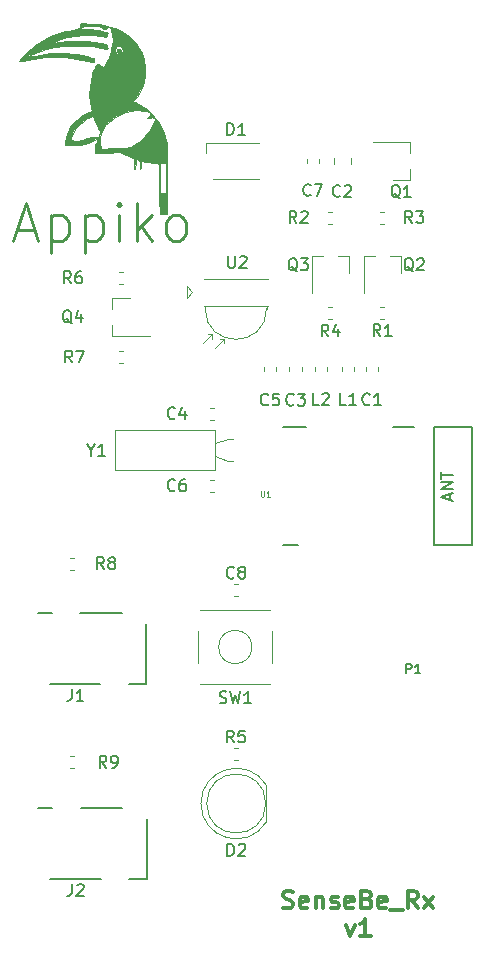
<source format=gto>
G04 #@! TF.GenerationSoftware,KiCad,Pcbnew,5.0.0-fee4fd1~66~ubuntu16.04.1*
G04 #@! TF.CreationDate,2018-09-26T19:19:20+05:30*
G04 #@! TF.ProjectId,senseBeRx_rev1,73656E7365426552785F726576312E6B,rev?*
G04 #@! TF.SameCoordinates,Original*
G04 #@! TF.FileFunction,Legend,Top*
G04 #@! TF.FilePolarity,Positive*
%FSLAX46Y46*%
G04 Gerber Fmt 4.6, Leading zero omitted, Abs format (unit mm)*
G04 Created by KiCad (PCBNEW 5.0.0-fee4fd1~66~ubuntu16.04.1) date Wed Sep 26 19:19:20 2018*
%MOMM*%
%LPD*%
G01*
G04 APERTURE LIST*
%ADD10C,0.300000*%
%ADD11C,0.150000*%
%ADD12C,0.120000*%
%ADD13C,0.010000*%
%ADD14C,0.127000*%
%ADD15C,0.050000*%
%ADD16C,0.250000*%
G04 APERTURE END LIST*
D10*
X129332171Y-147145891D02*
X129689314Y-148145891D01*
X130046457Y-147145891D01*
X131403600Y-148145891D02*
X130546457Y-148145891D01*
X130975028Y-148145891D02*
X130975028Y-146645891D01*
X130832171Y-146860177D01*
X130689314Y-147003034D01*
X130546457Y-147074462D01*
X123978571Y-145707142D02*
X124192857Y-145778571D01*
X124550000Y-145778571D01*
X124692857Y-145707142D01*
X124764285Y-145635714D01*
X124835714Y-145492857D01*
X124835714Y-145350000D01*
X124764285Y-145207142D01*
X124692857Y-145135714D01*
X124550000Y-145064285D01*
X124264285Y-144992857D01*
X124121428Y-144921428D01*
X124050000Y-144850000D01*
X123978571Y-144707142D01*
X123978571Y-144564285D01*
X124050000Y-144421428D01*
X124121428Y-144350000D01*
X124264285Y-144278571D01*
X124621428Y-144278571D01*
X124835714Y-144350000D01*
X126050000Y-145707142D02*
X125907142Y-145778571D01*
X125621428Y-145778571D01*
X125478571Y-145707142D01*
X125407142Y-145564285D01*
X125407142Y-144992857D01*
X125478571Y-144850000D01*
X125621428Y-144778571D01*
X125907142Y-144778571D01*
X126050000Y-144850000D01*
X126121428Y-144992857D01*
X126121428Y-145135714D01*
X125407142Y-145278571D01*
X126764285Y-144778571D02*
X126764285Y-145778571D01*
X126764285Y-144921428D02*
X126835714Y-144850000D01*
X126978571Y-144778571D01*
X127192857Y-144778571D01*
X127335714Y-144850000D01*
X127407142Y-144992857D01*
X127407142Y-145778571D01*
X128050000Y-145707142D02*
X128192857Y-145778571D01*
X128478571Y-145778571D01*
X128621428Y-145707142D01*
X128692857Y-145564285D01*
X128692857Y-145492857D01*
X128621428Y-145350000D01*
X128478571Y-145278571D01*
X128264285Y-145278571D01*
X128121428Y-145207142D01*
X128050000Y-145064285D01*
X128050000Y-144992857D01*
X128121428Y-144850000D01*
X128264285Y-144778571D01*
X128478571Y-144778571D01*
X128621428Y-144850000D01*
X129907142Y-145707142D02*
X129764285Y-145778571D01*
X129478571Y-145778571D01*
X129335714Y-145707142D01*
X129264285Y-145564285D01*
X129264285Y-144992857D01*
X129335714Y-144850000D01*
X129478571Y-144778571D01*
X129764285Y-144778571D01*
X129907142Y-144850000D01*
X129978571Y-144992857D01*
X129978571Y-145135714D01*
X129264285Y-145278571D01*
X131121428Y-144992857D02*
X131335714Y-145064285D01*
X131407142Y-145135714D01*
X131478571Y-145278571D01*
X131478571Y-145492857D01*
X131407142Y-145635714D01*
X131335714Y-145707142D01*
X131192857Y-145778571D01*
X130621428Y-145778571D01*
X130621428Y-144278571D01*
X131121428Y-144278571D01*
X131264285Y-144350000D01*
X131335714Y-144421428D01*
X131407142Y-144564285D01*
X131407142Y-144707142D01*
X131335714Y-144850000D01*
X131264285Y-144921428D01*
X131121428Y-144992857D01*
X130621428Y-144992857D01*
X132692857Y-145707142D02*
X132550000Y-145778571D01*
X132264285Y-145778571D01*
X132121428Y-145707142D01*
X132050000Y-145564285D01*
X132050000Y-144992857D01*
X132121428Y-144850000D01*
X132264285Y-144778571D01*
X132550000Y-144778571D01*
X132692857Y-144850000D01*
X132764285Y-144992857D01*
X132764285Y-145135714D01*
X132050000Y-145278571D01*
X133050000Y-145921428D02*
X134192857Y-145921428D01*
X135407142Y-145778571D02*
X134907142Y-145064285D01*
X134550000Y-145778571D02*
X134550000Y-144278571D01*
X135121428Y-144278571D01*
X135264285Y-144350000D01*
X135335714Y-144421428D01*
X135407142Y-144564285D01*
X135407142Y-144778571D01*
X135335714Y-144921428D01*
X135264285Y-144992857D01*
X135121428Y-145064285D01*
X134550000Y-145064285D01*
X135907142Y-145778571D02*
X136692857Y-144778571D01*
X135907142Y-144778571D02*
X136692857Y-145778571D01*
D11*
G04 #@! TO.C,J2*
X103250000Y-137270000D02*
X104450000Y-137270000D01*
X106850000Y-137270000D02*
X110350000Y-137270000D01*
X104250000Y-143270000D02*
X108550000Y-143270000D01*
X112450000Y-143270000D02*
X112450000Y-138170000D01*
X110950000Y-143270000D02*
X112450000Y-143270000D01*
D12*
G04 #@! TO.C,R9*
X106271267Y-133910000D02*
X105928733Y-133910000D01*
X106271267Y-132890000D02*
X105928733Y-132890000D01*
D11*
G04 #@! TO.C,J1*
X110930000Y-126770000D02*
X112430000Y-126770000D01*
X112430000Y-126770000D02*
X112430000Y-121670000D01*
X104230000Y-126770000D02*
X108530000Y-126770000D01*
X106830000Y-120770000D02*
X110330000Y-120770000D01*
X103230000Y-120770000D02*
X104430000Y-120770000D01*
D12*
G04 #@! TO.C,D1*
X117500000Y-81800000D02*
X117500000Y-81000000D01*
X117499956Y-81000000D02*
X121950000Y-81000000D01*
X118050000Y-84000000D02*
X121950000Y-84000000D01*
G04 #@! TO.C,D2*
X117040000Y-136899538D02*
G75*
G03X122590000Y-138444830I2990000J-462D01*
G01*
X117040000Y-136900462D02*
G75*
G02X122590000Y-135355170I2990000J462D01*
G01*
X122530000Y-136900000D02*
G75*
G03X122530000Y-136900000I-2500000J0D01*
G01*
X122590000Y-138445000D02*
X122590000Y-135355000D01*
G04 #@! TO.C,Q1*
X134760000Y-84080000D02*
X134760000Y-83150000D01*
X134760000Y-80920000D02*
X134760000Y-81850000D01*
X134760000Y-80920000D02*
X131600000Y-80920000D01*
X134760000Y-84080000D02*
X133300000Y-84080000D01*
G04 #@! TO.C,Q2*
X133980000Y-90540000D02*
X133050000Y-90540000D01*
X130820000Y-90540000D02*
X131750000Y-90540000D01*
X130820000Y-90540000D02*
X130820000Y-93700000D01*
X133980000Y-90540000D02*
X133980000Y-92000000D01*
G04 #@! TO.C,Q3*
X129580000Y-90540000D02*
X129580000Y-92000000D01*
X126420000Y-90540000D02*
X126420000Y-93700000D01*
X126420000Y-90540000D02*
X127350000Y-90540000D01*
X129580000Y-90540000D02*
X128650000Y-90540000D01*
G04 #@! TO.C,Q4*
X109540000Y-94120000D02*
X111000000Y-94120000D01*
X109540000Y-97280000D02*
X112700000Y-97280000D01*
X109540000Y-97280000D02*
X109540000Y-96350000D01*
X109540000Y-94120000D02*
X109540000Y-95050000D01*
G04 #@! TO.C,SW1*
X121364214Y-123650000D02*
G75*
G03X121364214Y-123650000I-1414214J0D01*
G01*
X122920000Y-120530000D02*
X116980000Y-120530000D01*
X122920000Y-126770000D02*
X116980000Y-126770000D01*
X123070000Y-122310000D02*
X123070000Y-124990000D01*
X116830000Y-124990000D02*
X116830000Y-122310000D01*
D11*
G04 #@! TO.C,U1*
X136750000Y-115000000D02*
X136750000Y-105000000D01*
X140000000Y-105000000D02*
X140000000Y-115000000D01*
X133319400Y-104996200D02*
X135072000Y-104996200D01*
X139999600Y-104996200D02*
X136748400Y-104996200D01*
X124023000Y-104996200D02*
X125953400Y-104996200D01*
X123997600Y-115003800D02*
X125267600Y-115003800D01*
X139999600Y-115003800D02*
X136748400Y-115003800D01*
D12*
G04 #@! TO.C,Y1*
X118200000Y-105250000D02*
X109800000Y-105250000D01*
X109800000Y-105250000D02*
X109800000Y-108650000D01*
X109800000Y-108650000D02*
X118200000Y-108650000D01*
X118200000Y-108650000D02*
X118200000Y-105250000D01*
X118200000Y-106405000D02*
X119350000Y-106000000D01*
X119350000Y-106000000D02*
X119800000Y-106000000D01*
X118200000Y-107495000D02*
X119350000Y-107900000D01*
X119350000Y-107900000D02*
X119800000Y-107900000D01*
G04 #@! TO.C,C1*
X132010000Y-99928733D02*
X132010000Y-100271267D01*
X130990000Y-99928733D02*
X130990000Y-100271267D01*
G04 #@! TO.C,C2*
X128290000Y-82761252D02*
X128290000Y-82238748D01*
X129710000Y-82761252D02*
X129710000Y-82238748D01*
G04 #@! TO.C,C3*
X125560000Y-99928733D02*
X125560000Y-100271267D01*
X124540000Y-99928733D02*
X124540000Y-100271267D01*
G04 #@! TO.C,C4*
X117828733Y-104410000D02*
X118171267Y-104410000D01*
X117828733Y-103390000D02*
X118171267Y-103390000D01*
G04 #@! TO.C,C5*
X122390000Y-99928733D02*
X122390000Y-100271267D01*
X123410000Y-99928733D02*
X123410000Y-100271267D01*
G04 #@! TO.C,C6*
X117828733Y-109490000D02*
X118171267Y-109490000D01*
X117828733Y-110510000D02*
X118171267Y-110510000D01*
G04 #@! TO.C,C7*
X127010000Y-82671267D02*
X127010000Y-82328733D01*
X125990000Y-82671267D02*
X125990000Y-82328733D01*
G04 #@! TO.C,C8*
X120171267Y-119310000D02*
X119828733Y-119310000D01*
X120171267Y-118290000D02*
X119828733Y-118290000D01*
G04 #@! TO.C,R1*
X132228733Y-94890000D02*
X132571267Y-94890000D01*
X132228733Y-95910000D02*
X132571267Y-95910000D01*
G04 #@! TO.C,R2*
X128171267Y-86790000D02*
X127828733Y-86790000D01*
X128171267Y-87810000D02*
X127828733Y-87810000D01*
G04 #@! TO.C,R3*
X132571267Y-87810000D02*
X132228733Y-87810000D01*
X132571267Y-86790000D02*
X132228733Y-86790000D01*
G04 #@! TO.C,R4*
X127828733Y-95910000D02*
X128171267Y-95910000D01*
X127828733Y-94890000D02*
X128171267Y-94890000D01*
G04 #@! TO.C,R5*
X119828733Y-132190000D02*
X120171267Y-132190000D01*
X119828733Y-133210000D02*
X120171267Y-133210000D01*
G04 #@! TO.C,R6*
X110128733Y-91890000D02*
X110471267Y-91890000D01*
X110128733Y-92910000D02*
X110471267Y-92910000D01*
G04 #@! TO.C,R7*
X110471267Y-98590000D02*
X110128733Y-98590000D01*
X110471267Y-99610000D02*
X110128733Y-99610000D01*
G04 #@! TO.C,R8*
X106271267Y-116090000D02*
X105928733Y-116090000D01*
X106271267Y-117110000D02*
X105928733Y-117110000D01*
G04 #@! TO.C,L1*
X130010000Y-100271267D02*
X130010000Y-99928733D01*
X128990000Y-100271267D02*
X128990000Y-99928733D01*
G04 #@! TO.C,L2*
X127710000Y-99928733D02*
X127710000Y-100271267D01*
X126690000Y-99928733D02*
X126690000Y-100271267D01*
G04 #@! TO.C,U2*
X115900000Y-94100000D02*
X116300000Y-93600000D01*
X115900000Y-93100000D02*
X115900000Y-94100000D01*
X116300000Y-93600000D02*
X115900000Y-93100000D01*
X122600000Y-95000000D02*
X122600000Y-94800000D01*
X117400000Y-95000000D02*
X117400000Y-94800000D01*
X122740000Y-94750000D02*
X117340000Y-94750000D01*
X122740000Y-92500000D02*
X117340000Y-92500000D01*
X118020000Y-97150000D02*
X117620000Y-97150000D01*
X118020000Y-97150000D02*
X118020000Y-97550000D01*
X118020000Y-97150000D02*
X117220000Y-97950000D01*
X119020000Y-97550000D02*
X118220000Y-98350000D01*
X119020000Y-97550000D02*
X119020000Y-97950000D01*
X119020000Y-97550000D02*
X118620000Y-97550000D01*
X117400000Y-95000000D02*
G75*
G03X122600000Y-95000000I2600000J0D01*
G01*
D13*
G04 #@! TO.C,G\002A\002A\002A*
G36*
X110227118Y-73035471D02*
X110285553Y-73114417D01*
X110287600Y-73131832D01*
X110251391Y-73271698D01*
X110161695Y-73353216D01*
X110046907Y-73363760D01*
X109935420Y-73290708D01*
X109934023Y-73289037D01*
X109897946Y-73177505D01*
X109931659Y-73058785D01*
X110013813Y-72986675D01*
X110121477Y-72984905D01*
X110227118Y-73035471D01*
X110227118Y-73035471D01*
G37*
X110227118Y-73035471D02*
X110285553Y-73114417D01*
X110287600Y-73131832D01*
X110251391Y-73271698D01*
X110161695Y-73353216D01*
X110046907Y-73363760D01*
X109935420Y-73290708D01*
X109934023Y-73289037D01*
X109897946Y-73177505D01*
X109931659Y-73058785D01*
X110013813Y-72986675D01*
X110121477Y-72984905D01*
X110227118Y-73035471D01*
G36*
X107198149Y-70831476D02*
X107279924Y-70853429D01*
X107290400Y-70866472D01*
X107337736Y-70884269D01*
X107465920Y-70898708D01*
X107654212Y-70908104D01*
X107836500Y-70910859D01*
X108318577Y-70937586D01*
X108829595Y-71011731D01*
X109337283Y-71126037D01*
X109809371Y-71273250D01*
X110211056Y-71444821D01*
X110689684Y-71735620D01*
X111131581Y-72096441D01*
X111510806Y-72504722D01*
X111657158Y-72702400D01*
X111815997Y-72945608D01*
X111935307Y-73159073D01*
X112035095Y-73383512D01*
X112135372Y-73659646D01*
X112152480Y-73710393D01*
X112205310Y-73878763D01*
X112241713Y-74030367D01*
X112264661Y-74190904D01*
X112277129Y-74386076D01*
X112282089Y-74641584D01*
X112282698Y-74836000D01*
X112280824Y-75140565D01*
X112273227Y-75369240D01*
X112256945Y-75547693D01*
X112229014Y-75701597D01*
X112186474Y-75856623D01*
X112152982Y-75960026D01*
X112036330Y-76282949D01*
X111917496Y-76546262D01*
X111775395Y-76790179D01*
X111588946Y-77054918D01*
X111556154Y-77098509D01*
X111440806Y-77254417D01*
X111356031Y-77375782D01*
X111315158Y-77443237D01*
X111313811Y-77450639D01*
X111364373Y-77476034D01*
X111481523Y-77530699D01*
X111627545Y-77597201D01*
X112029547Y-77816928D01*
X112439140Y-78109693D01*
X112829821Y-78452826D01*
X113175081Y-78823658D01*
X113383047Y-79098589D01*
X113698446Y-79623750D01*
X113932004Y-80157928D01*
X114099489Y-80738333D01*
X114122161Y-80842527D01*
X114145512Y-81013030D01*
X114164916Y-81275950D01*
X114180292Y-81622178D01*
X114191559Y-82042603D01*
X114198637Y-82528117D01*
X114201443Y-83069611D01*
X114199897Y-83657974D01*
X114193919Y-84284097D01*
X114183426Y-84938872D01*
X114168338Y-85613188D01*
X114165555Y-85719900D01*
X114132131Y-86977200D01*
X113555068Y-86977200D01*
X113521644Y-85719900D01*
X113511699Y-85306328D01*
X113502921Y-84865810D01*
X113495780Y-84428112D01*
X113490742Y-84022999D01*
X113488278Y-83680237D01*
X113488110Y-83589412D01*
X113488000Y-82716225D01*
X113272100Y-82690003D01*
X113117406Y-82671268D01*
X113017515Y-82659200D01*
X113589600Y-82659200D01*
X113589600Y-85250000D01*
X114097600Y-85250000D01*
X114097600Y-82659200D01*
X113589600Y-82659200D01*
X113017515Y-82659200D01*
X112903146Y-82645383D01*
X112670626Y-82617339D01*
X112624400Y-82611770D01*
X112411313Y-82583969D01*
X112225688Y-82555938D01*
X112099545Y-82532627D01*
X112078300Y-82527354D01*
X112017355Y-82515762D01*
X111983137Y-82538203D01*
X111967949Y-82615128D01*
X111964096Y-82766982D01*
X111964000Y-82831075D01*
X111956936Y-83005954D01*
X111938170Y-83125949D01*
X111913200Y-83167200D01*
X111887047Y-83120275D01*
X111869008Y-82994776D01*
X111862400Y-82816569D01*
X111860495Y-82631715D01*
X111847976Y-82522531D01*
X111814635Y-82463087D01*
X111750265Y-82427452D01*
X111702419Y-82410169D01*
X111588794Y-82372228D01*
X111526454Y-82354563D01*
X111524619Y-82354400D01*
X111516343Y-82401190D01*
X111510111Y-82525531D01*
X111506978Y-82703380D01*
X111506800Y-82760800D01*
X111503210Y-82969320D01*
X111490188Y-83094461D01*
X111464350Y-83154262D01*
X111430600Y-83167200D01*
X111392411Y-83148701D01*
X111369080Y-83081382D01*
X111357459Y-82947511D01*
X111354400Y-82737843D01*
X111354400Y-82308487D01*
X110921926Y-82105823D01*
X110709981Y-82002328D01*
X110514955Y-81899791D01*
X110368447Y-81815088D01*
X110330501Y-81789976D01*
X110224235Y-81723088D01*
X110132893Y-81702373D01*
X110010705Y-81722217D01*
X109937475Y-81741769D01*
X109762387Y-81775492D01*
X109515371Y-81803924D01*
X109226027Y-81825605D01*
X108923955Y-81839071D01*
X108638754Y-81842860D01*
X108400024Y-81835511D01*
X108280710Y-81823611D01*
X108039210Y-81787396D01*
X108073065Y-81456946D01*
X108108361Y-81230528D01*
X108163297Y-80998301D01*
X108176945Y-80955850D01*
X108529540Y-80955850D01*
X108536720Y-81172959D01*
X108548535Y-81309695D01*
X108570827Y-81387275D01*
X108609440Y-81426918D01*
X108665138Y-81448344D01*
X108803185Y-81467343D01*
X108963820Y-81461924D01*
X108966800Y-81461535D01*
X109075005Y-81452250D01*
X109264325Y-81441232D01*
X109514314Y-81429460D01*
X109804521Y-81417913D01*
X110059000Y-81409272D01*
X110387942Y-81398228D01*
X110632897Y-81387036D01*
X110811451Y-81373231D01*
X110941188Y-81354350D01*
X111039697Y-81327931D01*
X111124561Y-81291510D01*
X111202000Y-81249185D01*
X111775347Y-80865975D01*
X112269673Y-80420068D01*
X112688991Y-79907315D01*
X113006526Y-79383412D01*
X113245136Y-78927024D01*
X113075992Y-78858006D01*
X112863226Y-78813359D01*
X112710067Y-78820455D01*
X112513284Y-78851922D01*
X112619642Y-78716710D01*
X112713595Y-78568045D01*
X112728823Y-78452451D01*
X112659943Y-78363920D01*
X112501571Y-78296447D01*
X112248326Y-78244022D01*
X112188163Y-78235143D01*
X111608188Y-78204150D01*
X111031013Y-78272558D01*
X110464932Y-78438317D01*
X109918234Y-78699377D01*
X109662503Y-78859723D01*
X109265208Y-79162019D01*
X108961690Y-79471558D01*
X108744358Y-79802386D01*
X108605616Y-80168555D01*
X108537871Y-80584112D01*
X108529540Y-80955850D01*
X108176945Y-80955850D01*
X108205455Y-80867176D01*
X108264995Y-80688725D01*
X108274345Y-80593916D01*
X108232659Y-80577572D01*
X108164263Y-80615901D01*
X107746293Y-80855185D01*
X107263567Y-81031774D01*
X106735034Y-81140561D01*
X106179641Y-81176437D01*
X106089919Y-81175079D01*
X105537800Y-81160600D01*
X105549568Y-80847496D01*
X105586428Y-80603947D01*
X106031379Y-80603947D01*
X106045253Y-80705794D01*
X106127545Y-80758690D01*
X106291572Y-80776988D01*
X106387105Y-80777815D01*
X106625264Y-80764651D01*
X106882097Y-80732992D01*
X107011000Y-80709170D01*
X107217382Y-80656594D01*
X107418487Y-80593739D01*
X107519000Y-80555664D01*
X107786008Y-80489435D01*
X108051068Y-80480791D01*
X108379936Y-80492563D01*
X108454651Y-80251977D01*
X108496385Y-80100154D01*
X108501186Y-80001950D01*
X108467767Y-79915846D01*
X108442969Y-79874796D01*
X108350547Y-79712672D01*
X108237021Y-79490578D01*
X108119015Y-79242877D01*
X108013150Y-79003935D01*
X107966650Y-78890051D01*
X107873274Y-78651503D01*
X107646746Y-78752923D01*
X107509049Y-78819691D01*
X107414521Y-78875024D01*
X107393408Y-78893224D01*
X107339240Y-78941505D01*
X107228331Y-79024440D01*
X107133433Y-79090697D01*
X106775985Y-79379668D01*
X106466623Y-79720566D01*
X106223278Y-80090602D01*
X106072609Y-80438795D01*
X106031379Y-80603947D01*
X105586428Y-80603947D01*
X105612355Y-80432637D01*
X105764882Y-80008539D01*
X105998981Y-79593102D01*
X106292390Y-79219582D01*
X106521114Y-79000213D01*
X106798070Y-78782323D01*
X107092446Y-78586974D01*
X107373431Y-78435230D01*
X107536092Y-78369359D01*
X107780710Y-78288110D01*
X107710442Y-77971755D01*
X107632051Y-77460058D01*
X107606500Y-76895822D01*
X107631522Y-76309518D01*
X107704853Y-75731615D01*
X107824224Y-75192581D01*
X107944301Y-74827770D01*
X108038116Y-74585218D01*
X108107920Y-74424480D01*
X108171247Y-74334651D01*
X108245631Y-74304827D01*
X108348607Y-74324105D01*
X108497710Y-74381580D01*
X108596876Y-74421973D01*
X108861952Y-74528437D01*
X109044354Y-74217214D01*
X109266672Y-73758565D01*
X109428886Y-73255765D01*
X109470393Y-73035391D01*
X109739998Y-73035391D01*
X109757430Y-73198818D01*
X109870969Y-73343894D01*
X109957400Y-73403042D01*
X110041406Y-73447537D01*
X110104275Y-73453738D01*
X110186389Y-73416598D01*
X110274900Y-73363356D01*
X110404531Y-73235661D01*
X110442237Y-73077604D01*
X110385502Y-72907075D01*
X110346720Y-72852460D01*
X110213556Y-72759794D01*
X110050217Y-72741379D01*
X109894941Y-72796345D01*
X109821393Y-72864390D01*
X109739998Y-73035391D01*
X109470393Y-73035391D01*
X109527361Y-72732933D01*
X109558460Y-72214190D01*
X109518546Y-71723656D01*
X109460374Y-71457800D01*
X109412527Y-71321238D01*
X109362901Y-71229866D01*
X109350273Y-71217277D01*
X109238240Y-71180386D01*
X109121569Y-71196155D01*
X109048874Y-71257716D01*
X109047961Y-71259988D01*
X108980240Y-71312865D01*
X108855389Y-71301025D01*
X108691292Y-71228270D01*
X108588898Y-71162322D01*
X108512093Y-71114567D01*
X108426382Y-71082804D01*
X108309942Y-71063885D01*
X108140951Y-71054662D01*
X107897586Y-71051989D01*
X107823800Y-71051974D01*
X107559757Y-71053868D01*
X107373907Y-71061397D01*
X107242860Y-71078218D01*
X107143226Y-71107984D01*
X107051617Y-71154350D01*
X107011000Y-71178974D01*
X106807800Y-71305400D01*
X107188800Y-71316637D01*
X107474137Y-71331905D01*
X107787883Y-71360084D01*
X108109830Y-71398130D01*
X108419772Y-71442998D01*
X108697502Y-71491643D01*
X108922815Y-71541023D01*
X109075505Y-71588093D01*
X109113341Y-71606579D01*
X109140125Y-71680218D01*
X109118516Y-71764398D01*
X109095474Y-71856598D01*
X109107757Y-71891144D01*
X109102198Y-71912664D01*
X109056312Y-71944126D01*
X108958655Y-71965601D01*
X108788662Y-71953012D01*
X108585588Y-71916569D01*
X107889120Y-71818443D01*
X107165588Y-71807535D01*
X106406667Y-71884137D01*
X105736351Y-72016176D01*
X105447675Y-72091881D01*
X105183671Y-72174509D01*
X104959445Y-72257921D01*
X104790103Y-72335973D01*
X104690752Y-72402525D01*
X104673998Y-72448074D01*
X104728804Y-72482409D01*
X104744219Y-72477619D01*
X104841482Y-72447779D01*
X105023054Y-72419820D01*
X105271647Y-72394594D01*
X105569976Y-72372949D01*
X105900753Y-72355737D01*
X106246693Y-72343808D01*
X106590508Y-72338011D01*
X106914912Y-72339196D01*
X107202620Y-72348215D01*
X107282527Y-72352790D01*
X107529630Y-72372953D01*
X107806988Y-72402239D01*
X108095662Y-72437862D01*
X108376710Y-72477034D01*
X108631191Y-72516969D01*
X108840165Y-72554880D01*
X108984691Y-72587979D01*
X109044746Y-72612093D01*
X109065106Y-72665329D01*
X109099704Y-72780427D01*
X109110713Y-72820039D01*
X109141213Y-72943807D01*
X109132411Y-72993931D01*
X109072066Y-72994698D01*
X109027127Y-72985881D01*
X108607633Y-72902290D01*
X108255632Y-72839387D01*
X107942861Y-72794351D01*
X107641054Y-72764361D01*
X107321948Y-72746595D01*
X106957281Y-72738233D01*
X106528400Y-72736441D01*
X106095068Y-72738999D01*
X105738893Y-72747271D01*
X105435488Y-72763623D01*
X105160464Y-72790423D01*
X104889434Y-72830038D01*
X104598010Y-72884833D01*
X104267800Y-72955839D01*
X103919206Y-73044248D01*
X103538890Y-73158213D01*
X103168100Y-73284382D01*
X102848083Y-73409402D01*
X102794600Y-73432738D01*
X102439000Y-73591400D01*
X102616800Y-73619455D01*
X102751249Y-73627765D01*
X102844049Y-73610875D01*
X102850074Y-73607196D01*
X102915687Y-73584875D01*
X102929845Y-73591179D01*
X102986643Y-73592194D01*
X103121307Y-73575984D01*
X103312140Y-73545561D01*
X103483971Y-73514292D01*
X104256182Y-73393036D01*
X104955915Y-73337898D01*
X105581190Y-73349014D01*
X105711052Y-73360622D01*
X106154817Y-73413650D01*
X106583749Y-73477893D01*
X106971450Y-73548855D01*
X107291525Y-73622039D01*
X107366600Y-73642653D01*
X107567813Y-73698925D01*
X107772297Y-73753512D01*
X107837146Y-73770072D01*
X107969164Y-73809381D01*
X108020232Y-73849081D01*
X108009635Y-73906156D01*
X108004033Y-73917052D01*
X107974130Y-74002498D01*
X107979214Y-74034681D01*
X107968589Y-74082439D01*
X107939327Y-74112728D01*
X107867948Y-74131083D01*
X107727979Y-74118062D01*
X107508137Y-74072262D01*
X107400233Y-74045700D01*
X106474942Y-73849310D01*
X105553501Y-73728064D01*
X104655716Y-73683820D01*
X103859892Y-73713367D01*
X103293245Y-73768314D01*
X102803359Y-73833799D01*
X102365620Y-73913591D01*
X102014203Y-73995985D01*
X101840064Y-74036172D01*
X101702254Y-74058998D01*
X101635070Y-74060023D01*
X101640802Y-74018728D01*
X101712007Y-73923125D01*
X101836679Y-73784629D01*
X102002814Y-73614655D01*
X102198405Y-73424619D01*
X102411447Y-73225937D01*
X102629934Y-73030024D01*
X102841862Y-72848296D01*
X103035225Y-72692168D01*
X103198016Y-72573055D01*
X103201000Y-72571047D01*
X103568323Y-72341473D01*
X103968759Y-72120561D01*
X104374996Y-71921587D01*
X104759722Y-71757829D01*
X105095623Y-71642565D01*
X105131400Y-71632611D01*
X105522570Y-71532188D01*
X105844328Y-71461832D01*
X106122492Y-71416191D01*
X106245070Y-71401802D01*
X106517061Y-71354597D01*
X106699879Y-71274415D01*
X106802316Y-71155203D01*
X106833200Y-70996912D01*
X106838290Y-70889927D01*
X106871993Y-70839265D01*
X106961956Y-70823869D01*
X107061800Y-70822800D01*
X107198149Y-70831476D01*
X107198149Y-70831476D01*
G37*
X107198149Y-70831476D02*
X107279924Y-70853429D01*
X107290400Y-70866472D01*
X107337736Y-70884269D01*
X107465920Y-70898708D01*
X107654212Y-70908104D01*
X107836500Y-70910859D01*
X108318577Y-70937586D01*
X108829595Y-71011731D01*
X109337283Y-71126037D01*
X109809371Y-71273250D01*
X110211056Y-71444821D01*
X110689684Y-71735620D01*
X111131581Y-72096441D01*
X111510806Y-72504722D01*
X111657158Y-72702400D01*
X111815997Y-72945608D01*
X111935307Y-73159073D01*
X112035095Y-73383512D01*
X112135372Y-73659646D01*
X112152480Y-73710393D01*
X112205310Y-73878763D01*
X112241713Y-74030367D01*
X112264661Y-74190904D01*
X112277129Y-74386076D01*
X112282089Y-74641584D01*
X112282698Y-74836000D01*
X112280824Y-75140565D01*
X112273227Y-75369240D01*
X112256945Y-75547693D01*
X112229014Y-75701597D01*
X112186474Y-75856623D01*
X112152982Y-75960026D01*
X112036330Y-76282949D01*
X111917496Y-76546262D01*
X111775395Y-76790179D01*
X111588946Y-77054918D01*
X111556154Y-77098509D01*
X111440806Y-77254417D01*
X111356031Y-77375782D01*
X111315158Y-77443237D01*
X111313811Y-77450639D01*
X111364373Y-77476034D01*
X111481523Y-77530699D01*
X111627545Y-77597201D01*
X112029547Y-77816928D01*
X112439140Y-78109693D01*
X112829821Y-78452826D01*
X113175081Y-78823658D01*
X113383047Y-79098589D01*
X113698446Y-79623750D01*
X113932004Y-80157928D01*
X114099489Y-80738333D01*
X114122161Y-80842527D01*
X114145512Y-81013030D01*
X114164916Y-81275950D01*
X114180292Y-81622178D01*
X114191559Y-82042603D01*
X114198637Y-82528117D01*
X114201443Y-83069611D01*
X114199897Y-83657974D01*
X114193919Y-84284097D01*
X114183426Y-84938872D01*
X114168338Y-85613188D01*
X114165555Y-85719900D01*
X114132131Y-86977200D01*
X113555068Y-86977200D01*
X113521644Y-85719900D01*
X113511699Y-85306328D01*
X113502921Y-84865810D01*
X113495780Y-84428112D01*
X113490742Y-84022999D01*
X113488278Y-83680237D01*
X113488110Y-83589412D01*
X113488000Y-82716225D01*
X113272100Y-82690003D01*
X113117406Y-82671268D01*
X113017515Y-82659200D01*
X113589600Y-82659200D01*
X113589600Y-85250000D01*
X114097600Y-85250000D01*
X114097600Y-82659200D01*
X113589600Y-82659200D01*
X113017515Y-82659200D01*
X112903146Y-82645383D01*
X112670626Y-82617339D01*
X112624400Y-82611770D01*
X112411313Y-82583969D01*
X112225688Y-82555938D01*
X112099545Y-82532627D01*
X112078300Y-82527354D01*
X112017355Y-82515762D01*
X111983137Y-82538203D01*
X111967949Y-82615128D01*
X111964096Y-82766982D01*
X111964000Y-82831075D01*
X111956936Y-83005954D01*
X111938170Y-83125949D01*
X111913200Y-83167200D01*
X111887047Y-83120275D01*
X111869008Y-82994776D01*
X111862400Y-82816569D01*
X111860495Y-82631715D01*
X111847976Y-82522531D01*
X111814635Y-82463087D01*
X111750265Y-82427452D01*
X111702419Y-82410169D01*
X111588794Y-82372228D01*
X111526454Y-82354563D01*
X111524619Y-82354400D01*
X111516343Y-82401190D01*
X111510111Y-82525531D01*
X111506978Y-82703380D01*
X111506800Y-82760800D01*
X111503210Y-82969320D01*
X111490188Y-83094461D01*
X111464350Y-83154262D01*
X111430600Y-83167200D01*
X111392411Y-83148701D01*
X111369080Y-83081382D01*
X111357459Y-82947511D01*
X111354400Y-82737843D01*
X111354400Y-82308487D01*
X110921926Y-82105823D01*
X110709981Y-82002328D01*
X110514955Y-81899791D01*
X110368447Y-81815088D01*
X110330501Y-81789976D01*
X110224235Y-81723088D01*
X110132893Y-81702373D01*
X110010705Y-81722217D01*
X109937475Y-81741769D01*
X109762387Y-81775492D01*
X109515371Y-81803924D01*
X109226027Y-81825605D01*
X108923955Y-81839071D01*
X108638754Y-81842860D01*
X108400024Y-81835511D01*
X108280710Y-81823611D01*
X108039210Y-81787396D01*
X108073065Y-81456946D01*
X108108361Y-81230528D01*
X108163297Y-80998301D01*
X108176945Y-80955850D01*
X108529540Y-80955850D01*
X108536720Y-81172959D01*
X108548535Y-81309695D01*
X108570827Y-81387275D01*
X108609440Y-81426918D01*
X108665138Y-81448344D01*
X108803185Y-81467343D01*
X108963820Y-81461924D01*
X108966800Y-81461535D01*
X109075005Y-81452250D01*
X109264325Y-81441232D01*
X109514314Y-81429460D01*
X109804521Y-81417913D01*
X110059000Y-81409272D01*
X110387942Y-81398228D01*
X110632897Y-81387036D01*
X110811451Y-81373231D01*
X110941188Y-81354350D01*
X111039697Y-81327931D01*
X111124561Y-81291510D01*
X111202000Y-81249185D01*
X111775347Y-80865975D01*
X112269673Y-80420068D01*
X112688991Y-79907315D01*
X113006526Y-79383412D01*
X113245136Y-78927024D01*
X113075992Y-78858006D01*
X112863226Y-78813359D01*
X112710067Y-78820455D01*
X112513284Y-78851922D01*
X112619642Y-78716710D01*
X112713595Y-78568045D01*
X112728823Y-78452451D01*
X112659943Y-78363920D01*
X112501571Y-78296447D01*
X112248326Y-78244022D01*
X112188163Y-78235143D01*
X111608188Y-78204150D01*
X111031013Y-78272558D01*
X110464932Y-78438317D01*
X109918234Y-78699377D01*
X109662503Y-78859723D01*
X109265208Y-79162019D01*
X108961690Y-79471558D01*
X108744358Y-79802386D01*
X108605616Y-80168555D01*
X108537871Y-80584112D01*
X108529540Y-80955850D01*
X108176945Y-80955850D01*
X108205455Y-80867176D01*
X108264995Y-80688725D01*
X108274345Y-80593916D01*
X108232659Y-80577572D01*
X108164263Y-80615901D01*
X107746293Y-80855185D01*
X107263567Y-81031774D01*
X106735034Y-81140561D01*
X106179641Y-81176437D01*
X106089919Y-81175079D01*
X105537800Y-81160600D01*
X105549568Y-80847496D01*
X105586428Y-80603947D01*
X106031379Y-80603947D01*
X106045253Y-80705794D01*
X106127545Y-80758690D01*
X106291572Y-80776988D01*
X106387105Y-80777815D01*
X106625264Y-80764651D01*
X106882097Y-80732992D01*
X107011000Y-80709170D01*
X107217382Y-80656594D01*
X107418487Y-80593739D01*
X107519000Y-80555664D01*
X107786008Y-80489435D01*
X108051068Y-80480791D01*
X108379936Y-80492563D01*
X108454651Y-80251977D01*
X108496385Y-80100154D01*
X108501186Y-80001950D01*
X108467767Y-79915846D01*
X108442969Y-79874796D01*
X108350547Y-79712672D01*
X108237021Y-79490578D01*
X108119015Y-79242877D01*
X108013150Y-79003935D01*
X107966650Y-78890051D01*
X107873274Y-78651503D01*
X107646746Y-78752923D01*
X107509049Y-78819691D01*
X107414521Y-78875024D01*
X107393408Y-78893224D01*
X107339240Y-78941505D01*
X107228331Y-79024440D01*
X107133433Y-79090697D01*
X106775985Y-79379668D01*
X106466623Y-79720566D01*
X106223278Y-80090602D01*
X106072609Y-80438795D01*
X106031379Y-80603947D01*
X105586428Y-80603947D01*
X105612355Y-80432637D01*
X105764882Y-80008539D01*
X105998981Y-79593102D01*
X106292390Y-79219582D01*
X106521114Y-79000213D01*
X106798070Y-78782323D01*
X107092446Y-78586974D01*
X107373431Y-78435230D01*
X107536092Y-78369359D01*
X107780710Y-78288110D01*
X107710442Y-77971755D01*
X107632051Y-77460058D01*
X107606500Y-76895822D01*
X107631522Y-76309518D01*
X107704853Y-75731615D01*
X107824224Y-75192581D01*
X107944301Y-74827770D01*
X108038116Y-74585218D01*
X108107920Y-74424480D01*
X108171247Y-74334651D01*
X108245631Y-74304827D01*
X108348607Y-74324105D01*
X108497710Y-74381580D01*
X108596876Y-74421973D01*
X108861952Y-74528437D01*
X109044354Y-74217214D01*
X109266672Y-73758565D01*
X109428886Y-73255765D01*
X109470393Y-73035391D01*
X109739998Y-73035391D01*
X109757430Y-73198818D01*
X109870969Y-73343894D01*
X109957400Y-73403042D01*
X110041406Y-73447537D01*
X110104275Y-73453738D01*
X110186389Y-73416598D01*
X110274900Y-73363356D01*
X110404531Y-73235661D01*
X110442237Y-73077604D01*
X110385502Y-72907075D01*
X110346720Y-72852460D01*
X110213556Y-72759794D01*
X110050217Y-72741379D01*
X109894941Y-72796345D01*
X109821393Y-72864390D01*
X109739998Y-73035391D01*
X109470393Y-73035391D01*
X109527361Y-72732933D01*
X109558460Y-72214190D01*
X109518546Y-71723656D01*
X109460374Y-71457800D01*
X109412527Y-71321238D01*
X109362901Y-71229866D01*
X109350273Y-71217277D01*
X109238240Y-71180386D01*
X109121569Y-71196155D01*
X109048874Y-71257716D01*
X109047961Y-71259988D01*
X108980240Y-71312865D01*
X108855389Y-71301025D01*
X108691292Y-71228270D01*
X108588898Y-71162322D01*
X108512093Y-71114567D01*
X108426382Y-71082804D01*
X108309942Y-71063885D01*
X108140951Y-71054662D01*
X107897586Y-71051989D01*
X107823800Y-71051974D01*
X107559757Y-71053868D01*
X107373907Y-71061397D01*
X107242860Y-71078218D01*
X107143226Y-71107984D01*
X107051617Y-71154350D01*
X107011000Y-71178974D01*
X106807800Y-71305400D01*
X107188800Y-71316637D01*
X107474137Y-71331905D01*
X107787883Y-71360084D01*
X108109830Y-71398130D01*
X108419772Y-71442998D01*
X108697502Y-71491643D01*
X108922815Y-71541023D01*
X109075505Y-71588093D01*
X109113341Y-71606579D01*
X109140125Y-71680218D01*
X109118516Y-71764398D01*
X109095474Y-71856598D01*
X109107757Y-71891144D01*
X109102198Y-71912664D01*
X109056312Y-71944126D01*
X108958655Y-71965601D01*
X108788662Y-71953012D01*
X108585588Y-71916569D01*
X107889120Y-71818443D01*
X107165588Y-71807535D01*
X106406667Y-71884137D01*
X105736351Y-72016176D01*
X105447675Y-72091881D01*
X105183671Y-72174509D01*
X104959445Y-72257921D01*
X104790103Y-72335973D01*
X104690752Y-72402525D01*
X104673998Y-72448074D01*
X104728804Y-72482409D01*
X104744219Y-72477619D01*
X104841482Y-72447779D01*
X105023054Y-72419820D01*
X105271647Y-72394594D01*
X105569976Y-72372949D01*
X105900753Y-72355737D01*
X106246693Y-72343808D01*
X106590508Y-72338011D01*
X106914912Y-72339196D01*
X107202620Y-72348215D01*
X107282527Y-72352790D01*
X107529630Y-72372953D01*
X107806988Y-72402239D01*
X108095662Y-72437862D01*
X108376710Y-72477034D01*
X108631191Y-72516969D01*
X108840165Y-72554880D01*
X108984691Y-72587979D01*
X109044746Y-72612093D01*
X109065106Y-72665329D01*
X109099704Y-72780427D01*
X109110713Y-72820039D01*
X109141213Y-72943807D01*
X109132411Y-72993931D01*
X109072066Y-72994698D01*
X109027127Y-72985881D01*
X108607633Y-72902290D01*
X108255632Y-72839387D01*
X107942861Y-72794351D01*
X107641054Y-72764361D01*
X107321948Y-72746595D01*
X106957281Y-72738233D01*
X106528400Y-72736441D01*
X106095068Y-72738999D01*
X105738893Y-72747271D01*
X105435488Y-72763623D01*
X105160464Y-72790423D01*
X104889434Y-72830038D01*
X104598010Y-72884833D01*
X104267800Y-72955839D01*
X103919206Y-73044248D01*
X103538890Y-73158213D01*
X103168100Y-73284382D01*
X102848083Y-73409402D01*
X102794600Y-73432738D01*
X102439000Y-73591400D01*
X102616800Y-73619455D01*
X102751249Y-73627765D01*
X102844049Y-73610875D01*
X102850074Y-73607196D01*
X102915687Y-73584875D01*
X102929845Y-73591179D01*
X102986643Y-73592194D01*
X103121307Y-73575984D01*
X103312140Y-73545561D01*
X103483971Y-73514292D01*
X104256182Y-73393036D01*
X104955915Y-73337898D01*
X105581190Y-73349014D01*
X105711052Y-73360622D01*
X106154817Y-73413650D01*
X106583749Y-73477893D01*
X106971450Y-73548855D01*
X107291525Y-73622039D01*
X107366600Y-73642653D01*
X107567813Y-73698925D01*
X107772297Y-73753512D01*
X107837146Y-73770072D01*
X107969164Y-73809381D01*
X108020232Y-73849081D01*
X108009635Y-73906156D01*
X108004033Y-73917052D01*
X107974130Y-74002498D01*
X107979214Y-74034681D01*
X107968589Y-74082439D01*
X107939327Y-74112728D01*
X107867948Y-74131083D01*
X107727979Y-74118062D01*
X107508137Y-74072262D01*
X107400233Y-74045700D01*
X106474942Y-73849310D01*
X105553501Y-73728064D01*
X104655716Y-73683820D01*
X103859892Y-73713367D01*
X103293245Y-73768314D01*
X102803359Y-73833799D01*
X102365620Y-73913591D01*
X102014203Y-73995985D01*
X101840064Y-74036172D01*
X101702254Y-74058998D01*
X101635070Y-74060023D01*
X101640802Y-74018728D01*
X101712007Y-73923125D01*
X101836679Y-73784629D01*
X102002814Y-73614655D01*
X102198405Y-73424619D01*
X102411447Y-73225937D01*
X102629934Y-73030024D01*
X102841862Y-72848296D01*
X103035225Y-72692168D01*
X103198016Y-72573055D01*
X103201000Y-72571047D01*
X103568323Y-72341473D01*
X103968759Y-72120561D01*
X104374996Y-71921587D01*
X104759722Y-71757829D01*
X105095623Y-71642565D01*
X105131400Y-71632611D01*
X105522570Y-71532188D01*
X105844328Y-71461832D01*
X106122492Y-71416191D01*
X106245070Y-71401802D01*
X106517061Y-71354597D01*
X106699879Y-71274415D01*
X106802316Y-71155203D01*
X106833200Y-70996912D01*
X106838290Y-70889927D01*
X106871993Y-70839265D01*
X106961956Y-70823869D01*
X107061800Y-70822800D01*
X107198149Y-70831476D01*
G04 #@! TO.C,P1*
D14*
X134437571Y-125844714D02*
X134437571Y-125082714D01*
X134727857Y-125082714D01*
X134800428Y-125119000D01*
X134836714Y-125155285D01*
X134873000Y-125227857D01*
X134873000Y-125336714D01*
X134836714Y-125409285D01*
X134800428Y-125445571D01*
X134727857Y-125481857D01*
X134437571Y-125481857D01*
X135598714Y-125844714D02*
X135163285Y-125844714D01*
X135381000Y-125844714D02*
X135381000Y-125082714D01*
X135308428Y-125191571D01*
X135235857Y-125264142D01*
X135163285Y-125300428D01*
G04 #@! TO.C,J2*
D11*
X106116666Y-143722380D02*
X106116666Y-144436666D01*
X106069047Y-144579523D01*
X105973809Y-144674761D01*
X105830952Y-144722380D01*
X105735714Y-144722380D01*
X106545238Y-143817619D02*
X106592857Y-143770000D01*
X106688095Y-143722380D01*
X106926190Y-143722380D01*
X107021428Y-143770000D01*
X107069047Y-143817619D01*
X107116666Y-143912857D01*
X107116666Y-144008095D01*
X107069047Y-144150952D01*
X106497619Y-144722380D01*
X107116666Y-144722380D01*
G04 #@! TO.C,R9*
X109033333Y-133852380D02*
X108700000Y-133376190D01*
X108461904Y-133852380D02*
X108461904Y-132852380D01*
X108842857Y-132852380D01*
X108938095Y-132900000D01*
X108985714Y-132947619D01*
X109033333Y-133042857D01*
X109033333Y-133185714D01*
X108985714Y-133280952D01*
X108938095Y-133328571D01*
X108842857Y-133376190D01*
X108461904Y-133376190D01*
X109509523Y-133852380D02*
X109700000Y-133852380D01*
X109795238Y-133804761D01*
X109842857Y-133757142D01*
X109938095Y-133614285D01*
X109985714Y-133423809D01*
X109985714Y-133042857D01*
X109938095Y-132947619D01*
X109890476Y-132900000D01*
X109795238Y-132852380D01*
X109604761Y-132852380D01*
X109509523Y-132900000D01*
X109461904Y-132947619D01*
X109414285Y-133042857D01*
X109414285Y-133280952D01*
X109461904Y-133376190D01*
X109509523Y-133423809D01*
X109604761Y-133471428D01*
X109795238Y-133471428D01*
X109890476Y-133423809D01*
X109938095Y-133376190D01*
X109985714Y-133280952D01*
G04 #@! TO.C,J1*
X106096666Y-127222380D02*
X106096666Y-127936666D01*
X106049047Y-128079523D01*
X105953809Y-128174761D01*
X105810952Y-128222380D01*
X105715714Y-128222380D01*
X107096666Y-128222380D02*
X106525238Y-128222380D01*
X106810952Y-128222380D02*
X106810952Y-127222380D01*
X106715714Y-127365238D01*
X106620476Y-127460476D01*
X106525238Y-127508095D01*
G04 #@! TO.C,D1*
X119261904Y-80302380D02*
X119261904Y-79302380D01*
X119500000Y-79302380D01*
X119642857Y-79350000D01*
X119738095Y-79445238D01*
X119785714Y-79540476D01*
X119833333Y-79730952D01*
X119833333Y-79873809D01*
X119785714Y-80064285D01*
X119738095Y-80159523D01*
X119642857Y-80254761D01*
X119500000Y-80302380D01*
X119261904Y-80302380D01*
X120785714Y-80302380D02*
X120214285Y-80302380D01*
X120500000Y-80302380D02*
X120500000Y-79302380D01*
X120404761Y-79445238D01*
X120309523Y-79540476D01*
X120214285Y-79588095D01*
G04 #@! TO.C,D2*
X119291904Y-141312380D02*
X119291904Y-140312380D01*
X119530000Y-140312380D01*
X119672857Y-140360000D01*
X119768095Y-140455238D01*
X119815714Y-140550476D01*
X119863333Y-140740952D01*
X119863333Y-140883809D01*
X119815714Y-141074285D01*
X119768095Y-141169523D01*
X119672857Y-141264761D01*
X119530000Y-141312380D01*
X119291904Y-141312380D01*
X120244285Y-140407619D02*
X120291904Y-140360000D01*
X120387142Y-140312380D01*
X120625238Y-140312380D01*
X120720476Y-140360000D01*
X120768095Y-140407619D01*
X120815714Y-140502857D01*
X120815714Y-140598095D01*
X120768095Y-140740952D01*
X120196666Y-141312380D01*
X120815714Y-141312380D01*
G04 #@! TO.C,*
G04 #@! TO.C,Q1*
X133904761Y-85647619D02*
X133809523Y-85600000D01*
X133714285Y-85504761D01*
X133571428Y-85361904D01*
X133476190Y-85314285D01*
X133380952Y-85314285D01*
X133428571Y-85552380D02*
X133333333Y-85504761D01*
X133238095Y-85409523D01*
X133190476Y-85219047D01*
X133190476Y-84885714D01*
X133238095Y-84695238D01*
X133333333Y-84600000D01*
X133428571Y-84552380D01*
X133619047Y-84552380D01*
X133714285Y-84600000D01*
X133809523Y-84695238D01*
X133857142Y-84885714D01*
X133857142Y-85219047D01*
X133809523Y-85409523D01*
X133714285Y-85504761D01*
X133619047Y-85552380D01*
X133428571Y-85552380D01*
X134809523Y-85552380D02*
X134238095Y-85552380D01*
X134523809Y-85552380D02*
X134523809Y-84552380D01*
X134428571Y-84695238D01*
X134333333Y-84790476D01*
X134238095Y-84838095D01*
G04 #@! TO.C,Q2*
X135004761Y-91847619D02*
X134909523Y-91800000D01*
X134814285Y-91704761D01*
X134671428Y-91561904D01*
X134576190Y-91514285D01*
X134480952Y-91514285D01*
X134528571Y-91752380D02*
X134433333Y-91704761D01*
X134338095Y-91609523D01*
X134290476Y-91419047D01*
X134290476Y-91085714D01*
X134338095Y-90895238D01*
X134433333Y-90800000D01*
X134528571Y-90752380D01*
X134719047Y-90752380D01*
X134814285Y-90800000D01*
X134909523Y-90895238D01*
X134957142Y-91085714D01*
X134957142Y-91419047D01*
X134909523Y-91609523D01*
X134814285Y-91704761D01*
X134719047Y-91752380D01*
X134528571Y-91752380D01*
X135338095Y-90847619D02*
X135385714Y-90800000D01*
X135480952Y-90752380D01*
X135719047Y-90752380D01*
X135814285Y-90800000D01*
X135861904Y-90847619D01*
X135909523Y-90942857D01*
X135909523Y-91038095D01*
X135861904Y-91180952D01*
X135290476Y-91752380D01*
X135909523Y-91752380D01*
G04 #@! TO.C,Q3*
X125204761Y-91847619D02*
X125109523Y-91800000D01*
X125014285Y-91704761D01*
X124871428Y-91561904D01*
X124776190Y-91514285D01*
X124680952Y-91514285D01*
X124728571Y-91752380D02*
X124633333Y-91704761D01*
X124538095Y-91609523D01*
X124490476Y-91419047D01*
X124490476Y-91085714D01*
X124538095Y-90895238D01*
X124633333Y-90800000D01*
X124728571Y-90752380D01*
X124919047Y-90752380D01*
X125014285Y-90800000D01*
X125109523Y-90895238D01*
X125157142Y-91085714D01*
X125157142Y-91419047D01*
X125109523Y-91609523D01*
X125014285Y-91704761D01*
X124919047Y-91752380D01*
X124728571Y-91752380D01*
X125490476Y-90752380D02*
X126109523Y-90752380D01*
X125776190Y-91133333D01*
X125919047Y-91133333D01*
X126014285Y-91180952D01*
X126061904Y-91228571D01*
X126109523Y-91323809D01*
X126109523Y-91561904D01*
X126061904Y-91657142D01*
X126014285Y-91704761D01*
X125919047Y-91752380D01*
X125633333Y-91752380D01*
X125538095Y-91704761D01*
X125490476Y-91657142D01*
G04 #@! TO.C,Q4*
X106104761Y-96247619D02*
X106009523Y-96200000D01*
X105914285Y-96104761D01*
X105771428Y-95961904D01*
X105676190Y-95914285D01*
X105580952Y-95914285D01*
X105628571Y-96152380D02*
X105533333Y-96104761D01*
X105438095Y-96009523D01*
X105390476Y-95819047D01*
X105390476Y-95485714D01*
X105438095Y-95295238D01*
X105533333Y-95200000D01*
X105628571Y-95152380D01*
X105819047Y-95152380D01*
X105914285Y-95200000D01*
X106009523Y-95295238D01*
X106057142Y-95485714D01*
X106057142Y-95819047D01*
X106009523Y-96009523D01*
X105914285Y-96104761D01*
X105819047Y-96152380D01*
X105628571Y-96152380D01*
X106914285Y-95485714D02*
X106914285Y-96152380D01*
X106676190Y-95104761D02*
X106438095Y-95819047D01*
X107057142Y-95819047D01*
G04 #@! TO.C,SW1*
X118616666Y-128354761D02*
X118759523Y-128402380D01*
X118997619Y-128402380D01*
X119092857Y-128354761D01*
X119140476Y-128307142D01*
X119188095Y-128211904D01*
X119188095Y-128116666D01*
X119140476Y-128021428D01*
X119092857Y-127973809D01*
X118997619Y-127926190D01*
X118807142Y-127878571D01*
X118711904Y-127830952D01*
X118664285Y-127783333D01*
X118616666Y-127688095D01*
X118616666Y-127592857D01*
X118664285Y-127497619D01*
X118711904Y-127450000D01*
X118807142Y-127402380D01*
X119045238Y-127402380D01*
X119188095Y-127450000D01*
X119521428Y-127402380D02*
X119759523Y-128402380D01*
X119950000Y-127688095D01*
X120140476Y-128402380D01*
X120378571Y-127402380D01*
X121283333Y-128402380D02*
X120711904Y-128402380D01*
X120997619Y-128402380D02*
X120997619Y-127402380D01*
X120902380Y-127545238D01*
X120807142Y-127640476D01*
X120711904Y-127688095D01*
G04 #@! TO.C,U1*
D15*
X122119047Y-110426190D02*
X122119047Y-110830952D01*
X122142857Y-110878571D01*
X122166666Y-110902380D01*
X122214285Y-110926190D01*
X122309523Y-110926190D01*
X122357142Y-110902380D01*
X122380952Y-110878571D01*
X122404761Y-110830952D01*
X122404761Y-110426190D01*
X122904761Y-110926190D02*
X122619047Y-110926190D01*
X122761904Y-110926190D02*
X122761904Y-110426190D01*
X122714285Y-110497619D01*
X122666666Y-110545238D01*
X122619047Y-110569047D01*
D11*
X138116666Y-111192857D02*
X138116666Y-110716666D01*
X138402380Y-111288095D02*
X137402380Y-110954761D01*
X138402380Y-110621428D01*
X138402380Y-110288095D02*
X137402380Y-110288095D01*
X138402380Y-109716666D01*
X137402380Y-109716666D01*
X137402380Y-109383333D02*
X137402380Y-108811904D01*
X138402380Y-109097619D02*
X137402380Y-109097619D01*
G04 #@! TO.C,Y1*
X107723809Y-106976190D02*
X107723809Y-107452380D01*
X107390476Y-106452380D02*
X107723809Y-106976190D01*
X108057142Y-106452380D01*
X108914285Y-107452380D02*
X108342857Y-107452380D01*
X108628571Y-107452380D02*
X108628571Y-106452380D01*
X108533333Y-106595238D01*
X108438095Y-106690476D01*
X108342857Y-106738095D01*
G04 #@! TO.C,C1*
X131333333Y-103087142D02*
X131285714Y-103134761D01*
X131142857Y-103182380D01*
X131047619Y-103182380D01*
X130904761Y-103134761D01*
X130809523Y-103039523D01*
X130761904Y-102944285D01*
X130714285Y-102753809D01*
X130714285Y-102610952D01*
X130761904Y-102420476D01*
X130809523Y-102325238D01*
X130904761Y-102230000D01*
X131047619Y-102182380D01*
X131142857Y-102182380D01*
X131285714Y-102230000D01*
X131333333Y-102277619D01*
X132285714Y-103182380D02*
X131714285Y-103182380D01*
X132000000Y-103182380D02*
X132000000Y-102182380D01*
X131904761Y-102325238D01*
X131809523Y-102420476D01*
X131714285Y-102468095D01*
G04 #@! TO.C,C2*
X128833333Y-85457142D02*
X128785714Y-85504761D01*
X128642857Y-85552380D01*
X128547619Y-85552380D01*
X128404761Y-85504761D01*
X128309523Y-85409523D01*
X128261904Y-85314285D01*
X128214285Y-85123809D01*
X128214285Y-84980952D01*
X128261904Y-84790476D01*
X128309523Y-84695238D01*
X128404761Y-84600000D01*
X128547619Y-84552380D01*
X128642857Y-84552380D01*
X128785714Y-84600000D01*
X128833333Y-84647619D01*
X129214285Y-84647619D02*
X129261904Y-84600000D01*
X129357142Y-84552380D01*
X129595238Y-84552380D01*
X129690476Y-84600000D01*
X129738095Y-84647619D01*
X129785714Y-84742857D01*
X129785714Y-84838095D01*
X129738095Y-84980952D01*
X129166666Y-85552380D01*
X129785714Y-85552380D01*
G04 #@! TO.C,C3*
X124893333Y-103107142D02*
X124845714Y-103154761D01*
X124702857Y-103202380D01*
X124607619Y-103202380D01*
X124464761Y-103154761D01*
X124369523Y-103059523D01*
X124321904Y-102964285D01*
X124274285Y-102773809D01*
X124274285Y-102630952D01*
X124321904Y-102440476D01*
X124369523Y-102345238D01*
X124464761Y-102250000D01*
X124607619Y-102202380D01*
X124702857Y-102202380D01*
X124845714Y-102250000D01*
X124893333Y-102297619D01*
X125226666Y-102202380D02*
X125845714Y-102202380D01*
X125512380Y-102583333D01*
X125655238Y-102583333D01*
X125750476Y-102630952D01*
X125798095Y-102678571D01*
X125845714Y-102773809D01*
X125845714Y-103011904D01*
X125798095Y-103107142D01*
X125750476Y-103154761D01*
X125655238Y-103202380D01*
X125369523Y-103202380D01*
X125274285Y-103154761D01*
X125226666Y-103107142D01*
G04 #@! TO.C,C4*
X114833333Y-104257142D02*
X114785714Y-104304761D01*
X114642857Y-104352380D01*
X114547619Y-104352380D01*
X114404761Y-104304761D01*
X114309523Y-104209523D01*
X114261904Y-104114285D01*
X114214285Y-103923809D01*
X114214285Y-103780952D01*
X114261904Y-103590476D01*
X114309523Y-103495238D01*
X114404761Y-103400000D01*
X114547619Y-103352380D01*
X114642857Y-103352380D01*
X114785714Y-103400000D01*
X114833333Y-103447619D01*
X115690476Y-103685714D02*
X115690476Y-104352380D01*
X115452380Y-103304761D02*
X115214285Y-104019047D01*
X115833333Y-104019047D01*
G04 #@! TO.C,C5*
X122733333Y-103097142D02*
X122685714Y-103144761D01*
X122542857Y-103192380D01*
X122447619Y-103192380D01*
X122304761Y-103144761D01*
X122209523Y-103049523D01*
X122161904Y-102954285D01*
X122114285Y-102763809D01*
X122114285Y-102620952D01*
X122161904Y-102430476D01*
X122209523Y-102335238D01*
X122304761Y-102240000D01*
X122447619Y-102192380D01*
X122542857Y-102192380D01*
X122685714Y-102240000D01*
X122733333Y-102287619D01*
X123638095Y-102192380D02*
X123161904Y-102192380D01*
X123114285Y-102668571D01*
X123161904Y-102620952D01*
X123257142Y-102573333D01*
X123495238Y-102573333D01*
X123590476Y-102620952D01*
X123638095Y-102668571D01*
X123685714Y-102763809D01*
X123685714Y-103001904D01*
X123638095Y-103097142D01*
X123590476Y-103144761D01*
X123495238Y-103192380D01*
X123257142Y-103192380D01*
X123161904Y-103144761D01*
X123114285Y-103097142D01*
G04 #@! TO.C,C6*
X114833333Y-110357142D02*
X114785714Y-110404761D01*
X114642857Y-110452380D01*
X114547619Y-110452380D01*
X114404761Y-110404761D01*
X114309523Y-110309523D01*
X114261904Y-110214285D01*
X114214285Y-110023809D01*
X114214285Y-109880952D01*
X114261904Y-109690476D01*
X114309523Y-109595238D01*
X114404761Y-109500000D01*
X114547619Y-109452380D01*
X114642857Y-109452380D01*
X114785714Y-109500000D01*
X114833333Y-109547619D01*
X115690476Y-109452380D02*
X115500000Y-109452380D01*
X115404761Y-109500000D01*
X115357142Y-109547619D01*
X115261904Y-109690476D01*
X115214285Y-109880952D01*
X115214285Y-110261904D01*
X115261904Y-110357142D01*
X115309523Y-110404761D01*
X115404761Y-110452380D01*
X115595238Y-110452380D01*
X115690476Y-110404761D01*
X115738095Y-110357142D01*
X115785714Y-110261904D01*
X115785714Y-110023809D01*
X115738095Y-109928571D01*
X115690476Y-109880952D01*
X115595238Y-109833333D01*
X115404761Y-109833333D01*
X115309523Y-109880952D01*
X115261904Y-109928571D01*
X115214285Y-110023809D01*
G04 #@! TO.C,C7*
X126333333Y-85357142D02*
X126285714Y-85404761D01*
X126142857Y-85452380D01*
X126047619Y-85452380D01*
X125904761Y-85404761D01*
X125809523Y-85309523D01*
X125761904Y-85214285D01*
X125714285Y-85023809D01*
X125714285Y-84880952D01*
X125761904Y-84690476D01*
X125809523Y-84595238D01*
X125904761Y-84500000D01*
X126047619Y-84452380D01*
X126142857Y-84452380D01*
X126285714Y-84500000D01*
X126333333Y-84547619D01*
X126666666Y-84452380D02*
X127333333Y-84452380D01*
X126904761Y-85452380D01*
G04 #@! TO.C,C8*
X119833333Y-117757142D02*
X119785714Y-117804761D01*
X119642857Y-117852380D01*
X119547619Y-117852380D01*
X119404761Y-117804761D01*
X119309523Y-117709523D01*
X119261904Y-117614285D01*
X119214285Y-117423809D01*
X119214285Y-117280952D01*
X119261904Y-117090476D01*
X119309523Y-116995238D01*
X119404761Y-116900000D01*
X119547619Y-116852380D01*
X119642857Y-116852380D01*
X119785714Y-116900000D01*
X119833333Y-116947619D01*
X120404761Y-117280952D02*
X120309523Y-117233333D01*
X120261904Y-117185714D01*
X120214285Y-117090476D01*
X120214285Y-117042857D01*
X120261904Y-116947619D01*
X120309523Y-116900000D01*
X120404761Y-116852380D01*
X120595238Y-116852380D01*
X120690476Y-116900000D01*
X120738095Y-116947619D01*
X120785714Y-117042857D01*
X120785714Y-117090476D01*
X120738095Y-117185714D01*
X120690476Y-117233333D01*
X120595238Y-117280952D01*
X120404761Y-117280952D01*
X120309523Y-117328571D01*
X120261904Y-117376190D01*
X120214285Y-117471428D01*
X120214285Y-117661904D01*
X120261904Y-117757142D01*
X120309523Y-117804761D01*
X120404761Y-117852380D01*
X120595238Y-117852380D01*
X120690476Y-117804761D01*
X120738095Y-117757142D01*
X120785714Y-117661904D01*
X120785714Y-117471428D01*
X120738095Y-117376190D01*
X120690476Y-117328571D01*
X120595238Y-117280952D01*
G04 #@! TO.C,R1*
X132233333Y-97312380D02*
X131900000Y-96836190D01*
X131661904Y-97312380D02*
X131661904Y-96312380D01*
X132042857Y-96312380D01*
X132138095Y-96360000D01*
X132185714Y-96407619D01*
X132233333Y-96502857D01*
X132233333Y-96645714D01*
X132185714Y-96740952D01*
X132138095Y-96788571D01*
X132042857Y-96836190D01*
X131661904Y-96836190D01*
X133185714Y-97312380D02*
X132614285Y-97312380D01*
X132900000Y-97312380D02*
X132900000Y-96312380D01*
X132804761Y-96455238D01*
X132709523Y-96550476D01*
X132614285Y-96598095D01*
G04 #@! TO.C,R2*
X125133333Y-87732380D02*
X124800000Y-87256190D01*
X124561904Y-87732380D02*
X124561904Y-86732380D01*
X124942857Y-86732380D01*
X125038095Y-86780000D01*
X125085714Y-86827619D01*
X125133333Y-86922857D01*
X125133333Y-87065714D01*
X125085714Y-87160952D01*
X125038095Y-87208571D01*
X124942857Y-87256190D01*
X124561904Y-87256190D01*
X125514285Y-86827619D02*
X125561904Y-86780000D01*
X125657142Y-86732380D01*
X125895238Y-86732380D01*
X125990476Y-86780000D01*
X126038095Y-86827619D01*
X126085714Y-86922857D01*
X126085714Y-87018095D01*
X126038095Y-87160952D01*
X125466666Y-87732380D01*
X126085714Y-87732380D01*
G04 #@! TO.C,R3*
X134933333Y-87752380D02*
X134600000Y-87276190D01*
X134361904Y-87752380D02*
X134361904Y-86752380D01*
X134742857Y-86752380D01*
X134838095Y-86800000D01*
X134885714Y-86847619D01*
X134933333Y-86942857D01*
X134933333Y-87085714D01*
X134885714Y-87180952D01*
X134838095Y-87228571D01*
X134742857Y-87276190D01*
X134361904Y-87276190D01*
X135266666Y-86752380D02*
X135885714Y-86752380D01*
X135552380Y-87133333D01*
X135695238Y-87133333D01*
X135790476Y-87180952D01*
X135838095Y-87228571D01*
X135885714Y-87323809D01*
X135885714Y-87561904D01*
X135838095Y-87657142D01*
X135790476Y-87704761D01*
X135695238Y-87752380D01*
X135409523Y-87752380D01*
X135314285Y-87704761D01*
X135266666Y-87657142D01*
G04 #@! TO.C,R4*
X127833333Y-97352380D02*
X127500000Y-96876190D01*
X127261904Y-97352380D02*
X127261904Y-96352380D01*
X127642857Y-96352380D01*
X127738095Y-96400000D01*
X127785714Y-96447619D01*
X127833333Y-96542857D01*
X127833333Y-96685714D01*
X127785714Y-96780952D01*
X127738095Y-96828571D01*
X127642857Y-96876190D01*
X127261904Y-96876190D01*
X128690476Y-96685714D02*
X128690476Y-97352380D01*
X128452380Y-96304761D02*
X128214285Y-97019047D01*
X128833333Y-97019047D01*
G04 #@! TO.C,R5*
X119833333Y-131722380D02*
X119500000Y-131246190D01*
X119261904Y-131722380D02*
X119261904Y-130722380D01*
X119642857Y-130722380D01*
X119738095Y-130770000D01*
X119785714Y-130817619D01*
X119833333Y-130912857D01*
X119833333Y-131055714D01*
X119785714Y-131150952D01*
X119738095Y-131198571D01*
X119642857Y-131246190D01*
X119261904Y-131246190D01*
X120738095Y-130722380D02*
X120261904Y-130722380D01*
X120214285Y-131198571D01*
X120261904Y-131150952D01*
X120357142Y-131103333D01*
X120595238Y-131103333D01*
X120690476Y-131150952D01*
X120738095Y-131198571D01*
X120785714Y-131293809D01*
X120785714Y-131531904D01*
X120738095Y-131627142D01*
X120690476Y-131674761D01*
X120595238Y-131722380D01*
X120357142Y-131722380D01*
X120261904Y-131674761D01*
X120214285Y-131627142D01*
G04 #@! TO.C,R6*
X106033333Y-92852380D02*
X105700000Y-92376190D01*
X105461904Y-92852380D02*
X105461904Y-91852380D01*
X105842857Y-91852380D01*
X105938095Y-91900000D01*
X105985714Y-91947619D01*
X106033333Y-92042857D01*
X106033333Y-92185714D01*
X105985714Y-92280952D01*
X105938095Y-92328571D01*
X105842857Y-92376190D01*
X105461904Y-92376190D01*
X106890476Y-91852380D02*
X106700000Y-91852380D01*
X106604761Y-91900000D01*
X106557142Y-91947619D01*
X106461904Y-92090476D01*
X106414285Y-92280952D01*
X106414285Y-92661904D01*
X106461904Y-92757142D01*
X106509523Y-92804761D01*
X106604761Y-92852380D01*
X106795238Y-92852380D01*
X106890476Y-92804761D01*
X106938095Y-92757142D01*
X106985714Y-92661904D01*
X106985714Y-92423809D01*
X106938095Y-92328571D01*
X106890476Y-92280952D01*
X106795238Y-92233333D01*
X106604761Y-92233333D01*
X106509523Y-92280952D01*
X106461904Y-92328571D01*
X106414285Y-92423809D01*
G04 #@! TO.C,R7*
X106133333Y-99552380D02*
X105800000Y-99076190D01*
X105561904Y-99552380D02*
X105561904Y-98552380D01*
X105942857Y-98552380D01*
X106038095Y-98600000D01*
X106085714Y-98647619D01*
X106133333Y-98742857D01*
X106133333Y-98885714D01*
X106085714Y-98980952D01*
X106038095Y-99028571D01*
X105942857Y-99076190D01*
X105561904Y-99076190D01*
X106466666Y-98552380D02*
X107133333Y-98552380D01*
X106704761Y-99552380D01*
G04 #@! TO.C,R8*
X108833333Y-117052380D02*
X108500000Y-116576190D01*
X108261904Y-117052380D02*
X108261904Y-116052380D01*
X108642857Y-116052380D01*
X108738095Y-116100000D01*
X108785714Y-116147619D01*
X108833333Y-116242857D01*
X108833333Y-116385714D01*
X108785714Y-116480952D01*
X108738095Y-116528571D01*
X108642857Y-116576190D01*
X108261904Y-116576190D01*
X109404761Y-116480952D02*
X109309523Y-116433333D01*
X109261904Y-116385714D01*
X109214285Y-116290476D01*
X109214285Y-116242857D01*
X109261904Y-116147619D01*
X109309523Y-116100000D01*
X109404761Y-116052380D01*
X109595238Y-116052380D01*
X109690476Y-116100000D01*
X109738095Y-116147619D01*
X109785714Y-116242857D01*
X109785714Y-116290476D01*
X109738095Y-116385714D01*
X109690476Y-116433333D01*
X109595238Y-116480952D01*
X109404761Y-116480952D01*
X109309523Y-116528571D01*
X109261904Y-116576190D01*
X109214285Y-116671428D01*
X109214285Y-116861904D01*
X109261904Y-116957142D01*
X109309523Y-117004761D01*
X109404761Y-117052380D01*
X109595238Y-117052380D01*
X109690476Y-117004761D01*
X109738095Y-116957142D01*
X109785714Y-116861904D01*
X109785714Y-116671428D01*
X109738095Y-116576190D01*
X109690476Y-116528571D01*
X109595238Y-116480952D01*
G04 #@! TO.C,L1*
X129333333Y-103132380D02*
X128857142Y-103132380D01*
X128857142Y-102132380D01*
X130190476Y-103132380D02*
X129619047Y-103132380D01*
X129904761Y-103132380D02*
X129904761Y-102132380D01*
X129809523Y-102275238D01*
X129714285Y-102370476D01*
X129619047Y-102418095D01*
G04 #@! TO.C,L2*
X127033333Y-103162380D02*
X126557142Y-103162380D01*
X126557142Y-102162380D01*
X127319047Y-102257619D02*
X127366666Y-102210000D01*
X127461904Y-102162380D01*
X127700000Y-102162380D01*
X127795238Y-102210000D01*
X127842857Y-102257619D01*
X127890476Y-102352857D01*
X127890476Y-102448095D01*
X127842857Y-102590952D01*
X127271428Y-103162380D01*
X127890476Y-103162380D01*
G04 #@! TO.C,U2*
X119338095Y-90552380D02*
X119338095Y-91361904D01*
X119385714Y-91457142D01*
X119433333Y-91504761D01*
X119528571Y-91552380D01*
X119719047Y-91552380D01*
X119814285Y-91504761D01*
X119861904Y-91457142D01*
X119909523Y-91361904D01*
X119909523Y-90552380D01*
X120338095Y-90647619D02*
X120385714Y-90600000D01*
X120480952Y-90552380D01*
X120719047Y-90552380D01*
X120814285Y-90600000D01*
X120861904Y-90647619D01*
X120909523Y-90742857D01*
X120909523Y-90838095D01*
X120861904Y-90980952D01*
X120290476Y-91552380D01*
X120909523Y-91552380D01*
G04 #@! TO.C,G\002A\002A\002A*
D16*
X101438095Y-88333333D02*
X102961904Y-88333333D01*
X101133333Y-89247619D02*
X102200000Y-86047619D01*
X103266666Y-89247619D01*
X104333333Y-87114285D02*
X104333333Y-90314285D01*
X104333333Y-87266666D02*
X104638095Y-87114285D01*
X105247619Y-87114285D01*
X105552380Y-87266666D01*
X105704761Y-87419047D01*
X105857142Y-87723809D01*
X105857142Y-88638095D01*
X105704761Y-88942857D01*
X105552380Y-89095238D01*
X105247619Y-89247619D01*
X104638095Y-89247619D01*
X104333333Y-89095238D01*
X107228571Y-87114285D02*
X107228571Y-90314285D01*
X107228571Y-87266666D02*
X107533333Y-87114285D01*
X108142857Y-87114285D01*
X108447619Y-87266666D01*
X108600000Y-87419047D01*
X108752380Y-87723809D01*
X108752380Y-88638095D01*
X108600000Y-88942857D01*
X108447619Y-89095238D01*
X108142857Y-89247619D01*
X107533333Y-89247619D01*
X107228571Y-89095238D01*
X110123809Y-89247619D02*
X110123809Y-87114285D01*
X110123809Y-86047619D02*
X109971428Y-86200000D01*
X110123809Y-86352380D01*
X110276190Y-86200000D01*
X110123809Y-86047619D01*
X110123809Y-86352380D01*
X111647619Y-89247619D02*
X111647619Y-86047619D01*
X111952380Y-88028571D02*
X112866666Y-89247619D01*
X112866666Y-87114285D02*
X111647619Y-88333333D01*
X114695238Y-89247619D02*
X114390476Y-89095238D01*
X114238095Y-88942857D01*
X114085714Y-88638095D01*
X114085714Y-87723809D01*
X114238095Y-87419047D01*
X114390476Y-87266666D01*
X114695238Y-87114285D01*
X115152380Y-87114285D01*
X115457142Y-87266666D01*
X115609523Y-87419047D01*
X115761904Y-87723809D01*
X115761904Y-88638095D01*
X115609523Y-88942857D01*
X115457142Y-89095238D01*
X115152380Y-89247619D01*
X114695238Y-89247619D01*
G04 #@! TD*
M02*

</source>
